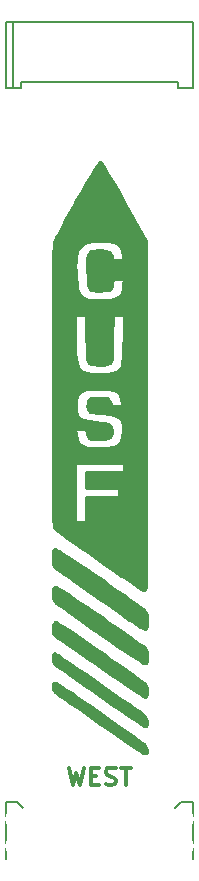
<source format=gto>
G04 #@! TF.FileFunction,Legend,Top*
%FSLAX46Y46*%
G04 Gerber Fmt 4.6, Leading zero omitted, Abs format (unit mm)*
G04 Created by KiCad (PCBNEW 4.1.0-alpha+201605071002+6776~44~ubuntu14.04.1-product) date Wed 29 Jun 2016 00:07:10 BST*
%MOMM*%
%LPD*%
G01*
G04 APERTURE LIST*
%ADD10C,0.100000*%
%ADD11C,0.300000*%
%ADD12C,0.150000*%
%ADD13C,0.270000*%
%ADD14C,1.500000*%
%ADD15R,0.380000X1.400000*%
%ADD16C,1.100000*%
G04 APERTURE END LIST*
D10*
D11*
X153392857Y-122178571D02*
X153750000Y-123678571D01*
X154035714Y-122607142D01*
X154321428Y-123678571D01*
X154678571Y-122178571D01*
X155250000Y-122892857D02*
X155750000Y-122892857D01*
X155964285Y-123678571D02*
X155250000Y-123678571D01*
X155250000Y-122178571D01*
X155964285Y-122178571D01*
X156535714Y-123607142D02*
X156750000Y-123678571D01*
X157107142Y-123678571D01*
X157250000Y-123607142D01*
X157321428Y-123535714D01*
X157392857Y-123392857D01*
X157392857Y-123250000D01*
X157321428Y-123107142D01*
X157250000Y-123035714D01*
X157107142Y-122964285D01*
X156821428Y-122892857D01*
X156678571Y-122821428D01*
X156607142Y-122750000D01*
X156535714Y-122607142D01*
X156535714Y-122464285D01*
X156607142Y-122321428D01*
X156678571Y-122250000D01*
X156821428Y-122178571D01*
X157178571Y-122178571D01*
X157392857Y-122250000D01*
X157821428Y-122178571D02*
X158678571Y-122178571D01*
X158250000Y-123678571D02*
X158250000Y-122178571D01*
D12*
X148060000Y-129930000D02*
X148060000Y-125120000D01*
X149060000Y-125120000D02*
X148060000Y-125120000D01*
X163940000Y-129930000D02*
X163940000Y-125120000D01*
X162440000Y-125620000D02*
X162940000Y-125120000D01*
X149560000Y-125620000D02*
X149060000Y-125120000D01*
X163940000Y-125120000D02*
X162940000Y-125120000D01*
X149332500Y-64141000D02*
X162667500Y-64141000D01*
X162667500Y-64649000D02*
X163937500Y-64649000D01*
X148062500Y-64649000D02*
X148062500Y-59061000D01*
X163937500Y-64649000D02*
X163937500Y-59061000D01*
X148062500Y-59061000D02*
X163937500Y-59061000D01*
X149332500Y-64649000D02*
X149332500Y-64141000D01*
X162667500Y-64649000D02*
X162667500Y-64141000D01*
X148062500Y-64649000D02*
X149332500Y-64649000D01*
X148700000Y-64649000D02*
X148700000Y-59061000D01*
D13*
G36*
X160029075Y-120729304D02*
X160004875Y-120910606D01*
X159907084Y-120972166D01*
X159836192Y-120973892D01*
X159729988Y-120924401D01*
X159497861Y-120785289D01*
X159153886Y-120565916D01*
X158712134Y-120275647D01*
X158186673Y-119923845D01*
X157591577Y-119519874D01*
X156940915Y-119073089D01*
X156248759Y-118592859D01*
X156067684Y-118466437D01*
X155364350Y-117973673D01*
X154698344Y-117504996D01*
X154083983Y-117070626D01*
X153535580Y-116680770D01*
X153067444Y-116345651D01*
X152693890Y-116075481D01*
X152429228Y-115880474D01*
X152287773Y-115770849D01*
X152274354Y-115758963D01*
X152090980Y-115483334D01*
X152056650Y-115266043D01*
X152082880Y-115056156D01*
X152179149Y-114989506D01*
X152371813Y-115052802D01*
X152424992Y-115080291D01*
X152566680Y-115167582D01*
X152827686Y-115339848D01*
X153191517Y-115585545D01*
X153641663Y-115893126D01*
X154161627Y-116251049D01*
X154734901Y-116647768D01*
X155344983Y-117071736D01*
X155975373Y-117511409D01*
X156609565Y-117955240D01*
X157231060Y-118391687D01*
X157823351Y-118809204D01*
X158369936Y-119196244D01*
X158854313Y-119541266D01*
X159259980Y-119832718D01*
X159570434Y-120059061D01*
X159769168Y-120208747D01*
X159836192Y-120265058D01*
X159977934Y-120500069D01*
X160029075Y-120729304D01*
X160029075Y-120729304D01*
X160029075Y-120729304D01*
G37*
X160029075Y-120729304D02*
X160004875Y-120910606D01*
X159907084Y-120972166D01*
X159836192Y-120973892D01*
X159729988Y-120924401D01*
X159497861Y-120785289D01*
X159153886Y-120565916D01*
X158712134Y-120275647D01*
X158186673Y-119923845D01*
X157591577Y-119519874D01*
X156940915Y-119073089D01*
X156248759Y-118592859D01*
X156067684Y-118466437D01*
X155364350Y-117973673D01*
X154698344Y-117504996D01*
X154083983Y-117070626D01*
X153535580Y-116680770D01*
X153067444Y-116345651D01*
X152693890Y-116075481D01*
X152429228Y-115880474D01*
X152287773Y-115770849D01*
X152274354Y-115758963D01*
X152090980Y-115483334D01*
X152056650Y-115266043D01*
X152082880Y-115056156D01*
X152179149Y-114989506D01*
X152371813Y-115052802D01*
X152424992Y-115080291D01*
X152566680Y-115167582D01*
X152827686Y-115339848D01*
X153191517Y-115585545D01*
X153641663Y-115893126D01*
X154161627Y-116251049D01*
X154734901Y-116647768D01*
X155344983Y-117071736D01*
X155975373Y-117511409D01*
X156609565Y-117955240D01*
X157231060Y-118391687D01*
X157823351Y-118809204D01*
X158369936Y-119196244D01*
X158854313Y-119541266D01*
X159259980Y-119832718D01*
X159570434Y-120059061D01*
X159769168Y-120208747D01*
X159836192Y-120265058D01*
X159977934Y-120500069D01*
X160029075Y-120729304D01*
X160029075Y-120729304D01*
G36*
X160029075Y-118331491D02*
X160012789Y-118554981D01*
X159950362Y-118651792D01*
X159869513Y-118667125D01*
X159770002Y-118619427D01*
X159543961Y-118482469D01*
X159205224Y-118265457D01*
X158767616Y-117977591D01*
X158244972Y-117628073D01*
X157651120Y-117226111D01*
X156999888Y-116780905D01*
X156305111Y-116301658D01*
X156074939Y-116141985D01*
X155366248Y-115648814D01*
X154695824Y-115180612D01*
X154077751Y-114747327D01*
X153526109Y-114358911D01*
X153054986Y-114025312D01*
X152678460Y-113756484D01*
X152410620Y-113562375D01*
X152265544Y-113452936D01*
X152248285Y-113438308D01*
X152111525Y-113248417D01*
X152059239Y-112982210D01*
X152056650Y-112877348D01*
X152080035Y-112607283D01*
X152149300Y-112497350D01*
X152165673Y-112494925D01*
X152254895Y-112542464D01*
X152468368Y-112677747D01*
X152790183Y-112889765D01*
X153204439Y-113167506D01*
X153695229Y-113499965D01*
X154246647Y-113876129D01*
X154842791Y-114284990D01*
X155467754Y-114715540D01*
X156105635Y-115156769D01*
X156740521Y-115597668D01*
X157356515Y-116027230D01*
X157937706Y-116434444D01*
X158468194Y-116808302D01*
X158932073Y-117137794D01*
X159313435Y-117411911D01*
X159596376Y-117619644D01*
X159764993Y-117749986D01*
X159793330Y-117774600D01*
X159969467Y-118000338D01*
X160028006Y-118273676D01*
X160029075Y-118331491D01*
X160029075Y-118331491D01*
X160029075Y-118331491D01*
G37*
X160029075Y-118331491D02*
X160012789Y-118554981D01*
X159950362Y-118651792D01*
X159869513Y-118667125D01*
X159770002Y-118619427D01*
X159543961Y-118482469D01*
X159205224Y-118265457D01*
X158767616Y-117977591D01*
X158244972Y-117628073D01*
X157651120Y-117226111D01*
X156999888Y-116780905D01*
X156305111Y-116301658D01*
X156074939Y-116141985D01*
X155366248Y-115648814D01*
X154695824Y-115180612D01*
X154077751Y-114747327D01*
X153526109Y-114358911D01*
X153054986Y-114025312D01*
X152678460Y-113756484D01*
X152410620Y-113562375D01*
X152265544Y-113452936D01*
X152248285Y-113438308D01*
X152111525Y-113248417D01*
X152059239Y-112982210D01*
X152056650Y-112877348D01*
X152080035Y-112607283D01*
X152149300Y-112497350D01*
X152165673Y-112494925D01*
X152254895Y-112542464D01*
X152468368Y-112677747D01*
X152790183Y-112889765D01*
X153204439Y-113167506D01*
X153695229Y-113499965D01*
X154246647Y-113876129D01*
X154842791Y-114284990D01*
X155467754Y-114715540D01*
X156105635Y-115156769D01*
X156740521Y-115597668D01*
X157356515Y-116027230D01*
X157937706Y-116434444D01*
X158468194Y-116808302D01*
X158932073Y-117137794D01*
X159313435Y-117411911D01*
X159596376Y-117619644D01*
X159764993Y-117749986D01*
X159793330Y-117774600D01*
X159969467Y-118000338D01*
X160028006Y-118273676D01*
X160029075Y-118331491D01*
X160029075Y-118331491D01*
G36*
X160029075Y-115799369D02*
X160019239Y-116036361D01*
X159974449Y-116147137D01*
X159871784Y-116176502D01*
X159836192Y-116176418D01*
X159727466Y-116127459D01*
X159492663Y-115988690D01*
X159145697Y-115769293D01*
X158700481Y-115478449D01*
X158170924Y-115125338D01*
X157570944Y-114719139D01*
X156914450Y-114269030D01*
X156296017Y-113840413D01*
X155605333Y-113359138D01*
X154943590Y-112897600D01*
X154327010Y-112467145D01*
X153771814Y-112079112D01*
X153294217Y-111744843D01*
X152910439Y-111475680D01*
X152636702Y-111282968D01*
X152498494Y-111184747D01*
X152048266Y-110860410D01*
X152073887Y-110370360D01*
X152095087Y-110092290D01*
X152133368Y-109945083D01*
X152206765Y-109888167D01*
X152291669Y-109880313D01*
X152405906Y-109928702D01*
X152642836Y-110066356D01*
X152986276Y-110282002D01*
X153420039Y-110564368D01*
X153927942Y-110902184D01*
X154493794Y-111284175D01*
X155101418Y-111699070D01*
X155734622Y-112135598D01*
X156377225Y-112582483D01*
X157013037Y-113028456D01*
X157625881Y-113462243D01*
X158199563Y-113872576D01*
X158717901Y-114248178D01*
X159164711Y-114577778D01*
X159523808Y-114850105D01*
X159779004Y-115053885D01*
X159914117Y-115177848D01*
X159929874Y-115199923D01*
X159992701Y-115424692D01*
X160026950Y-115716219D01*
X160029075Y-115799369D01*
X160029075Y-115799369D01*
X160029075Y-115799369D01*
G37*
X160029075Y-115799369D02*
X160019239Y-116036361D01*
X159974449Y-116147137D01*
X159871784Y-116176502D01*
X159836192Y-116176418D01*
X159727466Y-116127459D01*
X159492663Y-115988690D01*
X159145697Y-115769293D01*
X158700481Y-115478449D01*
X158170924Y-115125338D01*
X157570944Y-114719139D01*
X156914450Y-114269030D01*
X156296017Y-113840413D01*
X155605333Y-113359138D01*
X154943590Y-112897600D01*
X154327010Y-112467145D01*
X153771814Y-112079112D01*
X153294217Y-111744843D01*
X152910439Y-111475680D01*
X152636702Y-111282968D01*
X152498494Y-111184747D01*
X152048266Y-110860410D01*
X152073887Y-110370360D01*
X152095087Y-110092290D01*
X152133368Y-109945083D01*
X152206765Y-109888167D01*
X152291669Y-109880313D01*
X152405906Y-109928702D01*
X152642836Y-110066356D01*
X152986276Y-110282002D01*
X153420039Y-110564368D01*
X153927942Y-110902184D01*
X154493794Y-111284175D01*
X155101418Y-111699070D01*
X155734622Y-112135598D01*
X156377225Y-112582483D01*
X157013037Y-113028456D01*
X157625881Y-113462243D01*
X158199563Y-113872576D01*
X158717901Y-114248178D01*
X159164711Y-114577778D01*
X159523808Y-114850105D01*
X159779004Y-115053885D01*
X159914117Y-115177848D01*
X159929874Y-115199923D01*
X159992701Y-115424692D01*
X160026950Y-115716219D01*
X160029075Y-115799369D01*
X160029075Y-115799369D01*
G36*
X160029075Y-112791064D02*
X160024733Y-113092357D01*
X160002925Y-113260443D01*
X159950462Y-113333507D01*
X159854156Y-113349740D01*
X159836192Y-113349648D01*
X159727253Y-113300991D01*
X159490511Y-113161469D01*
X159138199Y-112939148D01*
X158682536Y-112642094D01*
X158135754Y-112278374D01*
X157510075Y-111856059D01*
X156817730Y-111383208D01*
X156070943Y-110867894D01*
X156000000Y-110818681D01*
X155291606Y-110325605D01*
X154622770Y-109857260D01*
X154007395Y-109423575D01*
X153459381Y-109034481D01*
X152992632Y-108699905D01*
X152621053Y-108429778D01*
X152358542Y-108234031D01*
X152219009Y-108122591D01*
X152202941Y-108106772D01*
X152113161Y-107916954D01*
X152067272Y-107650285D01*
X152063362Y-107358710D01*
X152099529Y-107094158D01*
X152173865Y-106908574D01*
X152248952Y-106853191D01*
X152341495Y-106895838D01*
X152558340Y-107026016D01*
X152883452Y-107232757D01*
X153300797Y-107505101D01*
X153794335Y-107832090D01*
X154348032Y-108202757D01*
X154945858Y-108606139D01*
X155571769Y-109031279D01*
X156209736Y-109467210D01*
X156843720Y-109902971D01*
X157457689Y-110327600D01*
X158035603Y-110730135D01*
X158561431Y-111099614D01*
X159019135Y-111425072D01*
X159392677Y-111695550D01*
X159666028Y-111900083D01*
X159823146Y-112027712D01*
X159836192Y-112040032D01*
X159945337Y-112177184D01*
X160004319Y-112351191D01*
X160027004Y-112616050D01*
X160029075Y-112791064D01*
X160029075Y-112791064D01*
X160029075Y-112791064D01*
G37*
X160029075Y-112791064D02*
X160024733Y-113092357D01*
X160002925Y-113260443D01*
X159950462Y-113333507D01*
X159854156Y-113349740D01*
X159836192Y-113349648D01*
X159727253Y-113300991D01*
X159490511Y-113161469D01*
X159138199Y-112939148D01*
X158682536Y-112642094D01*
X158135754Y-112278374D01*
X157510075Y-111856059D01*
X156817730Y-111383208D01*
X156070943Y-110867894D01*
X156000000Y-110818681D01*
X155291606Y-110325605D01*
X154622770Y-109857260D01*
X154007395Y-109423575D01*
X153459381Y-109034481D01*
X152992632Y-108699905D01*
X152621053Y-108429778D01*
X152358542Y-108234031D01*
X152219009Y-108122591D01*
X152202941Y-108106772D01*
X152113161Y-107916954D01*
X152067272Y-107650285D01*
X152063362Y-107358710D01*
X152099529Y-107094158D01*
X152173865Y-106908574D01*
X152248952Y-106853191D01*
X152341495Y-106895838D01*
X152558340Y-107026016D01*
X152883452Y-107232757D01*
X153300797Y-107505101D01*
X153794335Y-107832090D01*
X154348032Y-108202757D01*
X154945858Y-108606139D01*
X155571769Y-109031279D01*
X156209736Y-109467210D01*
X156843720Y-109902971D01*
X157457689Y-110327600D01*
X158035603Y-110730135D01*
X158561431Y-111099614D01*
X159019135Y-111425072D01*
X159392677Y-111695550D01*
X159666028Y-111900083D01*
X159823146Y-112027712D01*
X159836192Y-112040032D01*
X159945337Y-112177184D01*
X160004319Y-112351191D01*
X160027004Y-112616050D01*
X160029075Y-112791064D01*
X160029075Y-112791064D01*
G36*
X160029075Y-109761221D02*
X160026194Y-110098716D01*
X160010882Y-110299593D01*
X159973131Y-110398659D01*
X159902934Y-110430729D01*
X159836192Y-110432166D01*
X159701997Y-110382691D01*
X159457949Y-110249683D01*
X159132856Y-110050456D01*
X158755512Y-109802323D01*
X158528888Y-109646204D01*
X158176843Y-109400053D01*
X157711787Y-109075551D01*
X157161567Y-108692088D01*
X156554032Y-108269066D01*
X155917026Y-107825872D01*
X155278395Y-107381903D01*
X155014162Y-107198324D01*
X154432601Y-106792322D01*
X153885257Y-106406330D01*
X153390960Y-106053921D01*
X152968529Y-105748665D01*
X152636794Y-105504131D01*
X152414581Y-105333896D01*
X152335255Y-105267133D01*
X152194739Y-105124389D01*
X152111711Y-104992689D01*
X152071090Y-104821522D01*
X152057789Y-104560384D01*
X152056650Y-104334232D01*
X152059628Y-103998873D01*
X152075350Y-103799821D01*
X152113982Y-103701951D01*
X152185696Y-103670142D01*
X152249530Y-103668163D01*
X152351736Y-103716283D01*
X152577861Y-103852201D01*
X152911759Y-104064826D01*
X153337287Y-104343080D01*
X153838299Y-104675876D01*
X154398654Y-105052127D01*
X155002204Y-105460750D01*
X155632808Y-105890658D01*
X156274317Y-106330768D01*
X156910591Y-106769994D01*
X157525484Y-107197250D01*
X158102852Y-107601456D01*
X158626549Y-107971521D01*
X159080433Y-108296360D01*
X159448356Y-108564894D01*
X159714177Y-108766033D01*
X159861751Y-108888692D01*
X159879055Y-108906714D01*
X159961759Y-109052182D01*
X160008952Y-109271530D01*
X160027828Y-109605704D01*
X160029075Y-109761221D01*
X160029075Y-109761221D01*
X160029075Y-109761221D01*
G37*
X160029075Y-109761221D02*
X160026194Y-110098716D01*
X160010882Y-110299593D01*
X159973131Y-110398659D01*
X159902934Y-110430729D01*
X159836192Y-110432166D01*
X159701997Y-110382691D01*
X159457949Y-110249683D01*
X159132856Y-110050456D01*
X158755512Y-109802323D01*
X158528888Y-109646204D01*
X158176843Y-109400053D01*
X157711787Y-109075551D01*
X157161567Y-108692088D01*
X156554032Y-108269066D01*
X155917026Y-107825872D01*
X155278395Y-107381903D01*
X155014162Y-107198324D01*
X154432601Y-106792322D01*
X153885257Y-106406330D01*
X153390960Y-106053921D01*
X152968529Y-105748665D01*
X152636794Y-105504131D01*
X152414581Y-105333896D01*
X152335255Y-105267133D01*
X152194739Y-105124389D01*
X152111711Y-104992689D01*
X152071090Y-104821522D01*
X152057789Y-104560384D01*
X152056650Y-104334232D01*
X152059628Y-103998873D01*
X152075350Y-103799821D01*
X152113982Y-103701951D01*
X152185696Y-103670142D01*
X152249530Y-103668163D01*
X152351736Y-103716283D01*
X152577861Y-103852201D01*
X152911759Y-104064826D01*
X153337287Y-104343080D01*
X153838299Y-104675876D01*
X154398654Y-105052127D01*
X155002204Y-105460750D01*
X155632808Y-105890658D01*
X156274317Y-106330768D01*
X156910591Y-106769994D01*
X157525484Y-107197250D01*
X158102852Y-107601456D01*
X158626549Y-107971521D01*
X159080433Y-108296360D01*
X159448356Y-108564894D01*
X159714177Y-108766033D01*
X159861751Y-108888692D01*
X159879055Y-108906714D01*
X159961759Y-109052182D01*
X160008952Y-109271530D01*
X160027828Y-109605704D01*
X160029075Y-109761221D01*
X160029075Y-109761221D01*
G36*
X159986213Y-92343451D02*
X159986110Y-94219983D01*
X159985759Y-95932477D01*
X159985095Y-97488344D01*
X159984044Y-98894998D01*
X159982546Y-100159848D01*
X159980526Y-101290308D01*
X159977921Y-102293788D01*
X159974659Y-103177703D01*
X159970677Y-103949460D01*
X159965906Y-104616476D01*
X159960276Y-105186160D01*
X159953721Y-105665923D01*
X159946174Y-106063177D01*
X159937564Y-106385338D01*
X159927828Y-106639813D01*
X159916895Y-106834013D01*
X159904697Y-106975356D01*
X159891170Y-107071249D01*
X159876242Y-107129104D01*
X159859847Y-107156337D01*
X159850848Y-107160829D01*
X159713990Y-107128518D01*
X159490128Y-107018493D01*
X159250773Y-106869699D01*
X158573683Y-106406236D01*
X158081211Y-106067499D01*
X158081211Y-80776675D01*
X157608965Y-80776675D01*
X157136722Y-80776675D01*
X157092401Y-81169892D01*
X157045032Y-81428711D01*
X156977608Y-81620128D01*
X156948475Y-81662810D01*
X156820951Y-81711628D01*
X156567208Y-81754720D01*
X156232475Y-81785195D01*
X156101855Y-81791713D01*
X155727710Y-81801595D01*
X155451298Y-81783046D01*
X155257130Y-81713983D01*
X155129720Y-81572333D01*
X155053582Y-81336012D01*
X155013228Y-80982947D01*
X154993170Y-80491053D01*
X154986250Y-80201270D01*
X154976989Y-79598830D01*
X154988556Y-79146231D01*
X155033894Y-78822051D01*
X155125953Y-78604857D01*
X155277674Y-78473229D01*
X155502004Y-78405738D01*
X155811886Y-78380957D01*
X156088079Y-78377544D01*
X156520881Y-78404090D01*
X156809155Y-78493428D01*
X156971919Y-78656902D01*
X157028192Y-78905850D01*
X157028700Y-78938447D01*
X157028700Y-79233625D01*
X157500188Y-79233625D01*
X157971675Y-79233625D01*
X157971675Y-78839384D01*
X157933041Y-78404984D01*
X157806940Y-78073710D01*
X157578066Y-77835014D01*
X157231108Y-77678344D01*
X156750765Y-77593148D01*
X156128588Y-77568851D01*
X155476473Y-77595643D01*
X154970849Y-77681981D01*
X154592444Y-77843589D01*
X154321993Y-78096185D01*
X154140229Y-78455493D01*
X154027888Y-78937232D01*
X153983324Y-79319350D01*
X153966584Y-79731535D01*
X153977173Y-80208287D01*
X154010845Y-80706202D01*
X154063347Y-81181877D01*
X154130428Y-81591913D01*
X154207840Y-81892904D01*
X154243801Y-81979079D01*
X154430922Y-82245375D01*
X154690117Y-82436225D01*
X155043328Y-82558502D01*
X155512499Y-82619074D01*
X156119570Y-82624814D01*
X156286940Y-82618850D01*
X156842033Y-82576803D01*
X157243728Y-82502987D01*
X157444227Y-82429958D01*
X157706044Y-82249020D01*
X157883134Y-81987574D01*
X157992095Y-81613394D01*
X158035376Y-81282142D01*
X158081211Y-80776675D01*
X158081211Y-106067499D01*
X158077070Y-106064648D01*
X158077070Y-83862775D01*
X157605047Y-83862775D01*
X157133028Y-83862775D01*
X157102013Y-85799388D01*
X157091553Y-86423541D01*
X157081112Y-86898876D01*
X157068185Y-87248003D01*
X157050257Y-87493535D01*
X157024820Y-87658087D01*
X156989366Y-87764267D01*
X156941385Y-87834688D01*
X156878364Y-87891963D01*
X156868903Y-87899650D01*
X156639808Y-88003562D01*
X156304428Y-88062247D01*
X155921851Y-88075712D01*
X155551168Y-88043960D01*
X155251465Y-87966994D01*
X155130813Y-87899531D01*
X155065565Y-87842370D01*
X155015737Y-87775226D01*
X154978838Y-87675488D01*
X154952387Y-87520543D01*
X154933894Y-87287782D01*
X154920875Y-86954591D01*
X154910844Y-86498356D01*
X154901311Y-85896464D01*
X154899874Y-85799269D01*
X154871314Y-83862775D01*
X154406957Y-83862775D01*
X153942600Y-83862775D01*
X153942600Y-85608436D01*
X153947816Y-86403734D01*
X153967318Y-87046251D01*
X154006873Y-87554436D01*
X154072254Y-87946749D01*
X154169227Y-88241640D01*
X154303568Y-88457567D01*
X154481042Y-88612982D01*
X154707424Y-88726342D01*
X154941516Y-88803108D01*
X155302709Y-88867938D01*
X155753001Y-88895092D01*
X156239009Y-88887016D01*
X156707351Y-88846154D01*
X157104648Y-88774952D01*
X157345343Y-88693029D01*
X157537718Y-88588634D01*
X157689290Y-88472607D01*
X157805320Y-88323936D01*
X157891064Y-88121615D01*
X157951781Y-87844632D01*
X157992730Y-87471978D01*
X158019165Y-86982641D01*
X158036345Y-86355612D01*
X158044483Y-85899250D01*
X158077070Y-83862775D01*
X158077070Y-106064648D01*
X158057400Y-106051121D01*
X158057400Y-97150150D01*
X158057400Y-96764388D01*
X158057400Y-96378625D01*
X157989743Y-96378625D01*
X157989743Y-93626045D01*
X157975620Y-93205426D01*
X157915245Y-92883934D01*
X157787840Y-92645068D01*
X157572631Y-92472314D01*
X157248839Y-92349164D01*
X156795690Y-92259111D01*
X156192402Y-92185647D01*
X156174660Y-92183821D01*
X155774110Y-92136093D01*
X155431777Y-92082874D01*
X155186620Y-92031020D01*
X155081665Y-91991527D01*
X155004305Y-91836496D01*
X154975056Y-91586282D01*
X154993121Y-91310023D01*
X155057705Y-91076862D01*
X155092935Y-91015763D01*
X155176508Y-90933400D01*
X155305544Y-90883242D01*
X155518925Y-90857805D01*
X155855531Y-90849597D01*
X155956927Y-90849362D01*
X156390188Y-90864871D01*
X156679631Y-90920586D01*
X156850843Y-91030273D01*
X156929405Y-91207706D01*
X156942975Y-91380096D01*
X156957671Y-91493682D01*
X157029542Y-91552842D01*
X157200263Y-91575069D01*
X157414462Y-91578025D01*
X157885950Y-91578025D01*
X157885950Y-91275233D01*
X157850467Y-90979864D01*
X157764669Y-90682346D01*
X157760446Y-90672072D01*
X157635868Y-90456893D01*
X157452090Y-90299597D01*
X157184763Y-90192347D01*
X156809538Y-90127310D01*
X156302073Y-90096643D01*
X155957137Y-90091586D01*
X155328256Y-90105842D01*
X154849144Y-90164327D01*
X154500609Y-90282163D01*
X154263460Y-90474476D01*
X154118505Y-90756388D01*
X154046550Y-91143025D01*
X154028325Y-91611556D01*
X154041658Y-91978179D01*
X154094551Y-92265091D01*
X154206347Y-92484696D01*
X154396386Y-92649396D01*
X154684012Y-92771595D01*
X155088569Y-92863695D01*
X155629393Y-92938099D01*
X156184615Y-92994280D01*
X156501609Y-93037669D01*
X156764759Y-93098527D01*
X156905615Y-93157360D01*
X157006074Y-93320959D01*
X157051442Y-93579929D01*
X157041614Y-93867250D01*
X156976469Y-94115893D01*
X156907419Y-94222067D01*
X156739622Y-94303643D01*
X156453757Y-94363059D01*
X156102252Y-94396217D01*
X155737536Y-94399015D01*
X155412040Y-94367357D01*
X155314200Y-94346645D01*
X155115642Y-94274175D01*
X155006427Y-94150604D01*
X154934971Y-93916749D01*
X154933403Y-93909780D01*
X154852646Y-93549700D01*
X154387889Y-93549700D01*
X153923130Y-93549700D01*
X153983019Y-93949060D01*
X154075788Y-94392346D01*
X154217009Y-94699082D01*
X154436260Y-94903118D01*
X154763133Y-95038318D01*
X154981609Y-95091837D01*
X155295114Y-95131182D01*
X155706318Y-95145578D01*
X156165083Y-95137430D01*
X156621270Y-95109128D01*
X157024739Y-95063074D01*
X157325349Y-95001663D01*
X157398646Y-94976294D01*
X157665325Y-94811872D01*
X157845172Y-94563944D01*
X157949268Y-94207185D01*
X157988704Y-93716277D01*
X157989743Y-93626045D01*
X157989743Y-96378625D01*
X156000000Y-96378625D01*
X153942600Y-96378625D01*
X153942600Y-98864650D01*
X153942600Y-101350675D01*
X154414087Y-101350675D01*
X154885575Y-101350675D01*
X154885575Y-100321975D01*
X154885575Y-99293275D01*
X156257175Y-99293275D01*
X157628775Y-99293275D01*
X157628775Y-98907512D01*
X157628775Y-98521750D01*
X156257175Y-98521750D01*
X154885575Y-98521750D01*
X154885575Y-97835950D01*
X154885575Y-97150150D01*
X156471488Y-97150150D01*
X158057400Y-97150150D01*
X158057400Y-106051121D01*
X157866731Y-105919974D01*
X157144206Y-105420930D01*
X156420395Y-104919122D01*
X155709593Y-104424566D01*
X155026083Y-103947276D01*
X154384155Y-103497269D01*
X153798101Y-103084564D01*
X153282210Y-102719178D01*
X152850769Y-102411124D01*
X152518069Y-102170422D01*
X152298400Y-102007086D01*
X152206667Y-101931861D01*
X152185661Y-101900832D01*
X152166707Y-101852570D01*
X152149697Y-101778609D01*
X152134532Y-101670482D01*
X152121099Y-101519725D01*
X152109300Y-101317867D01*
X152099026Y-101056445D01*
X152090173Y-100726994D01*
X152082638Y-100321049D01*
X152076314Y-99830138D01*
X152071100Y-99245801D01*
X152066886Y-98559566D01*
X152063570Y-97762972D01*
X152061046Y-96847553D01*
X152059212Y-95804837D01*
X152057959Y-94626365D01*
X152057185Y-93303668D01*
X152056785Y-91828277D01*
X152056653Y-90191732D01*
X152056650Y-89816745D01*
X152057214Y-87911960D01*
X152058918Y-86176451D01*
X152061783Y-84608045D01*
X152065816Y-83204569D01*
X152071041Y-81963854D01*
X152077470Y-80883725D01*
X152085121Y-79962012D01*
X152094010Y-79196546D01*
X152104151Y-78585150D01*
X152115564Y-78125656D01*
X152128262Y-77815890D01*
X152142262Y-77653682D01*
X152147284Y-77631861D01*
X152207499Y-77507456D01*
X152342623Y-77250359D01*
X152543511Y-76877303D01*
X152801008Y-76405024D01*
X153105970Y-75850258D01*
X153449242Y-75229741D01*
X153821680Y-74560208D01*
X154050422Y-74150708D01*
X154496143Y-73355890D01*
X154867204Y-72699204D01*
X155171211Y-72168351D01*
X155415766Y-71751039D01*
X155608473Y-71434972D01*
X155756938Y-71207856D01*
X155868764Y-71057396D01*
X155951554Y-70971296D01*
X156012911Y-70937259D01*
X156038615Y-70936020D01*
X156105068Y-70980346D01*
X156211043Y-71105823D01*
X156362532Y-71322096D01*
X156565520Y-71638809D01*
X156826000Y-72065608D01*
X157149960Y-72612140D01*
X157543385Y-73288047D01*
X158012264Y-74102980D01*
X158100262Y-74256653D01*
X159986213Y-77552143D01*
X159986213Y-92343451D01*
X159986213Y-92343451D01*
X159986213Y-92343451D01*
G37*
X159986213Y-92343451D02*
X159986110Y-94219983D01*
X159985759Y-95932477D01*
X159985095Y-97488344D01*
X159984044Y-98894998D01*
X159982546Y-100159848D01*
X159980526Y-101290308D01*
X159977921Y-102293788D01*
X159974659Y-103177703D01*
X159970677Y-103949460D01*
X159965906Y-104616476D01*
X159960276Y-105186160D01*
X159953721Y-105665923D01*
X159946174Y-106063177D01*
X159937564Y-106385338D01*
X159927828Y-106639813D01*
X159916895Y-106834013D01*
X159904697Y-106975356D01*
X159891170Y-107071249D01*
X159876242Y-107129104D01*
X159859847Y-107156337D01*
X159850848Y-107160829D01*
X159713990Y-107128518D01*
X159490128Y-107018493D01*
X159250773Y-106869699D01*
X158573683Y-106406236D01*
X158081211Y-106067499D01*
X158081211Y-80776675D01*
X157608965Y-80776675D01*
X157136722Y-80776675D01*
X157092401Y-81169892D01*
X157045032Y-81428711D01*
X156977608Y-81620128D01*
X156948475Y-81662810D01*
X156820951Y-81711628D01*
X156567208Y-81754720D01*
X156232475Y-81785195D01*
X156101855Y-81791713D01*
X155727710Y-81801595D01*
X155451298Y-81783046D01*
X155257130Y-81713983D01*
X155129720Y-81572333D01*
X155053582Y-81336012D01*
X155013228Y-80982947D01*
X154993170Y-80491053D01*
X154986250Y-80201270D01*
X154976989Y-79598830D01*
X154988556Y-79146231D01*
X155033894Y-78822051D01*
X155125953Y-78604857D01*
X155277674Y-78473229D01*
X155502004Y-78405738D01*
X155811886Y-78380957D01*
X156088079Y-78377544D01*
X156520881Y-78404090D01*
X156809155Y-78493428D01*
X156971919Y-78656902D01*
X157028192Y-78905850D01*
X157028700Y-78938447D01*
X157028700Y-79233625D01*
X157500188Y-79233625D01*
X157971675Y-79233625D01*
X157971675Y-78839384D01*
X157933041Y-78404984D01*
X157806940Y-78073710D01*
X157578066Y-77835014D01*
X157231108Y-77678344D01*
X156750765Y-77593148D01*
X156128588Y-77568851D01*
X155476473Y-77595643D01*
X154970849Y-77681981D01*
X154592444Y-77843589D01*
X154321993Y-78096185D01*
X154140229Y-78455493D01*
X154027888Y-78937232D01*
X153983324Y-79319350D01*
X153966584Y-79731535D01*
X153977173Y-80208287D01*
X154010845Y-80706202D01*
X154063347Y-81181877D01*
X154130428Y-81591913D01*
X154207840Y-81892904D01*
X154243801Y-81979079D01*
X154430922Y-82245375D01*
X154690117Y-82436225D01*
X155043328Y-82558502D01*
X155512499Y-82619074D01*
X156119570Y-82624814D01*
X156286940Y-82618850D01*
X156842033Y-82576803D01*
X157243728Y-82502987D01*
X157444227Y-82429958D01*
X157706044Y-82249020D01*
X157883134Y-81987574D01*
X157992095Y-81613394D01*
X158035376Y-81282142D01*
X158081211Y-80776675D01*
X158081211Y-106067499D01*
X158077070Y-106064648D01*
X158077070Y-83862775D01*
X157605047Y-83862775D01*
X157133028Y-83862775D01*
X157102013Y-85799388D01*
X157091553Y-86423541D01*
X157081112Y-86898876D01*
X157068185Y-87248003D01*
X157050257Y-87493535D01*
X157024820Y-87658087D01*
X156989366Y-87764267D01*
X156941385Y-87834688D01*
X156878364Y-87891963D01*
X156868903Y-87899650D01*
X156639808Y-88003562D01*
X156304428Y-88062247D01*
X155921851Y-88075712D01*
X155551168Y-88043960D01*
X155251465Y-87966994D01*
X155130813Y-87899531D01*
X155065565Y-87842370D01*
X155015737Y-87775226D01*
X154978838Y-87675488D01*
X154952387Y-87520543D01*
X154933894Y-87287782D01*
X154920875Y-86954591D01*
X154910844Y-86498356D01*
X154901311Y-85896464D01*
X154899874Y-85799269D01*
X154871314Y-83862775D01*
X154406957Y-83862775D01*
X153942600Y-83862775D01*
X153942600Y-85608436D01*
X153947816Y-86403734D01*
X153967318Y-87046251D01*
X154006873Y-87554436D01*
X154072254Y-87946749D01*
X154169227Y-88241640D01*
X154303568Y-88457567D01*
X154481042Y-88612982D01*
X154707424Y-88726342D01*
X154941516Y-88803108D01*
X155302709Y-88867938D01*
X155753001Y-88895092D01*
X156239009Y-88887016D01*
X156707351Y-88846154D01*
X157104648Y-88774952D01*
X157345343Y-88693029D01*
X157537718Y-88588634D01*
X157689290Y-88472607D01*
X157805320Y-88323936D01*
X157891064Y-88121615D01*
X157951781Y-87844632D01*
X157992730Y-87471978D01*
X158019165Y-86982641D01*
X158036345Y-86355612D01*
X158044483Y-85899250D01*
X158077070Y-83862775D01*
X158077070Y-106064648D01*
X158057400Y-106051121D01*
X158057400Y-97150150D01*
X158057400Y-96764388D01*
X158057400Y-96378625D01*
X157989743Y-96378625D01*
X157989743Y-93626045D01*
X157975620Y-93205426D01*
X157915245Y-92883934D01*
X157787840Y-92645068D01*
X157572631Y-92472314D01*
X157248839Y-92349164D01*
X156795690Y-92259111D01*
X156192402Y-92185647D01*
X156174660Y-92183821D01*
X155774110Y-92136093D01*
X155431777Y-92082874D01*
X155186620Y-92031020D01*
X155081665Y-91991527D01*
X155004305Y-91836496D01*
X154975056Y-91586282D01*
X154993121Y-91310023D01*
X155057705Y-91076862D01*
X155092935Y-91015763D01*
X155176508Y-90933400D01*
X155305544Y-90883242D01*
X155518925Y-90857805D01*
X155855531Y-90849597D01*
X155956927Y-90849362D01*
X156390188Y-90864871D01*
X156679631Y-90920586D01*
X156850843Y-91030273D01*
X156929405Y-91207706D01*
X156942975Y-91380096D01*
X156957671Y-91493682D01*
X157029542Y-91552842D01*
X157200263Y-91575069D01*
X157414462Y-91578025D01*
X157885950Y-91578025D01*
X157885950Y-91275233D01*
X157850467Y-90979864D01*
X157764669Y-90682346D01*
X157760446Y-90672072D01*
X157635868Y-90456893D01*
X157452090Y-90299597D01*
X157184763Y-90192347D01*
X156809538Y-90127310D01*
X156302073Y-90096643D01*
X155957137Y-90091586D01*
X155328256Y-90105842D01*
X154849144Y-90164327D01*
X154500609Y-90282163D01*
X154263460Y-90474476D01*
X154118505Y-90756388D01*
X154046550Y-91143025D01*
X154028325Y-91611556D01*
X154041658Y-91978179D01*
X154094551Y-92265091D01*
X154206347Y-92484696D01*
X154396386Y-92649396D01*
X154684012Y-92771595D01*
X155088569Y-92863695D01*
X155629393Y-92938099D01*
X156184615Y-92994280D01*
X156501609Y-93037669D01*
X156764759Y-93098527D01*
X156905615Y-93157360D01*
X157006074Y-93320959D01*
X157051442Y-93579929D01*
X157041614Y-93867250D01*
X156976469Y-94115893D01*
X156907419Y-94222067D01*
X156739622Y-94303643D01*
X156453757Y-94363059D01*
X156102252Y-94396217D01*
X155737536Y-94399015D01*
X155412040Y-94367357D01*
X155314200Y-94346645D01*
X155115642Y-94274175D01*
X155006427Y-94150604D01*
X154934971Y-93916749D01*
X154933403Y-93909780D01*
X154852646Y-93549700D01*
X154387889Y-93549700D01*
X153923130Y-93549700D01*
X153983019Y-93949060D01*
X154075788Y-94392346D01*
X154217009Y-94699082D01*
X154436260Y-94903118D01*
X154763133Y-95038318D01*
X154981609Y-95091837D01*
X155295114Y-95131182D01*
X155706318Y-95145578D01*
X156165083Y-95137430D01*
X156621270Y-95109128D01*
X157024739Y-95063074D01*
X157325349Y-95001663D01*
X157398646Y-94976294D01*
X157665325Y-94811872D01*
X157845172Y-94563944D01*
X157949268Y-94207185D01*
X157988704Y-93716277D01*
X157989743Y-93626045D01*
X157989743Y-96378625D01*
X156000000Y-96378625D01*
X153942600Y-96378625D01*
X153942600Y-98864650D01*
X153942600Y-101350675D01*
X154414087Y-101350675D01*
X154885575Y-101350675D01*
X154885575Y-100321975D01*
X154885575Y-99293275D01*
X156257175Y-99293275D01*
X157628775Y-99293275D01*
X157628775Y-98907512D01*
X157628775Y-98521750D01*
X156257175Y-98521750D01*
X154885575Y-98521750D01*
X154885575Y-97835950D01*
X154885575Y-97150150D01*
X156471488Y-97150150D01*
X158057400Y-97150150D01*
X158057400Y-106051121D01*
X157866731Y-105919974D01*
X157144206Y-105420930D01*
X156420395Y-104919122D01*
X155709593Y-104424566D01*
X155026083Y-103947276D01*
X154384155Y-103497269D01*
X153798101Y-103084564D01*
X153282210Y-102719178D01*
X152850769Y-102411124D01*
X152518069Y-102170422D01*
X152298400Y-102007086D01*
X152206667Y-101931861D01*
X152185661Y-101900832D01*
X152166707Y-101852570D01*
X152149697Y-101778609D01*
X152134532Y-101670482D01*
X152121099Y-101519725D01*
X152109300Y-101317867D01*
X152099026Y-101056445D01*
X152090173Y-100726994D01*
X152082638Y-100321049D01*
X152076314Y-99830138D01*
X152071100Y-99245801D01*
X152066886Y-98559566D01*
X152063570Y-97762972D01*
X152061046Y-96847553D01*
X152059212Y-95804837D01*
X152057959Y-94626365D01*
X152057185Y-93303668D01*
X152056785Y-91828277D01*
X152056653Y-90191732D01*
X152056650Y-89816745D01*
X152057214Y-87911960D01*
X152058918Y-86176451D01*
X152061783Y-84608045D01*
X152065816Y-83204569D01*
X152071041Y-81963854D01*
X152077470Y-80883725D01*
X152085121Y-79962012D01*
X152094010Y-79196546D01*
X152104151Y-78585150D01*
X152115564Y-78125656D01*
X152128262Y-77815890D01*
X152142262Y-77653682D01*
X152147284Y-77631861D01*
X152207499Y-77507456D01*
X152342623Y-77250359D01*
X152543511Y-76877303D01*
X152801008Y-76405024D01*
X153105970Y-75850258D01*
X153449242Y-75229741D01*
X153821680Y-74560208D01*
X154050422Y-74150708D01*
X154496143Y-73355890D01*
X154867204Y-72699204D01*
X155171211Y-72168351D01*
X155415766Y-71751039D01*
X155608473Y-71434972D01*
X155756938Y-71207856D01*
X155868764Y-71057396D01*
X155951554Y-70971296D01*
X156012911Y-70937259D01*
X156038615Y-70936020D01*
X156105068Y-70980346D01*
X156211043Y-71105823D01*
X156362532Y-71322096D01*
X156565520Y-71638809D01*
X156826000Y-72065608D01*
X157149960Y-72612140D01*
X157543385Y-73288047D01*
X158012264Y-74102980D01*
X158100262Y-74256653D01*
X159986213Y-77552143D01*
X159986213Y-92343451D01*
X159986213Y-92343451D01*
%LPC*%
D14*
X148760500Y-126540000D03*
X163239500Y-126540000D03*
X148760500Y-128790000D03*
X163239500Y-128790000D03*
D15*
X162032500Y-125890000D03*
X161397500Y-125890000D03*
X160762500Y-125890000D03*
X160127500Y-125890000D03*
X159492500Y-125890000D03*
X158857500Y-125890000D03*
X158222500Y-125890000D03*
X157587500Y-125890000D03*
X156952500Y-125890000D03*
X156317500Y-125890000D03*
X155682500Y-125890000D03*
X155047500Y-125890000D03*
X154412500Y-125890000D03*
X153777500Y-125890000D03*
X153142500Y-125890000D03*
X152507500Y-125890000D03*
X151872500Y-125890000D03*
X151237500Y-125890000D03*
X150602500Y-125890000D03*
X149967500Y-125890000D03*
D16*
X161715000Y-65159000D03*
X161715000Y-66429000D03*
X160445000Y-65159000D03*
X160445000Y-66429000D03*
X159175000Y-65159000D03*
X159175000Y-66429000D03*
X157905000Y-65159000D03*
X157905000Y-66429000D03*
X156635000Y-65159000D03*
X156635000Y-66429000D03*
X155365000Y-65159000D03*
X155365000Y-66429000D03*
X154095000Y-65159000D03*
X154095000Y-66429000D03*
X152825000Y-65159000D03*
X152825000Y-66429000D03*
X151555000Y-65159000D03*
X151555000Y-66429000D03*
X150285000Y-65159000D03*
X150285000Y-66429000D03*
M02*

</source>
